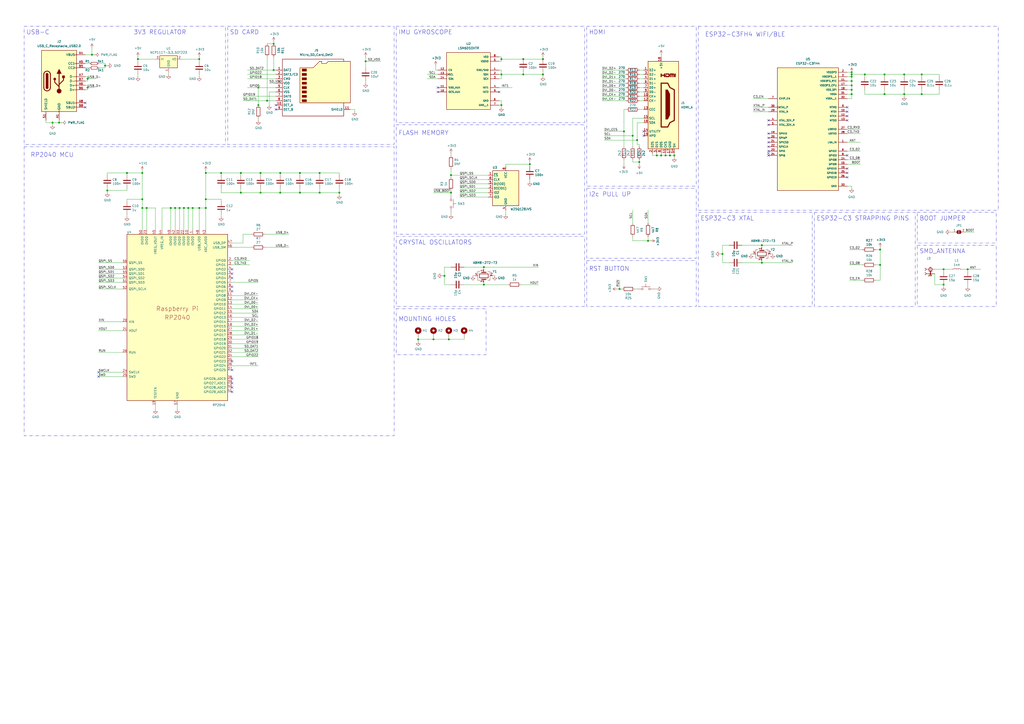
<source format=kicad_sch>
(kicad_sch (version 20230121) (generator eeschema)
  (paper "A2")
  (junction (at 251.46 196.85))
  (junction (at 162.56 111.76))
  (junction (at 158.75 40.64))
  (junction (at 151.13 111.76))
  (junction (at 185.42 100.33))
  (junction (at 494.03 43.18))
  (junction (at 513.08 54.61))
  (junction (at 494.03 41.91))
  (junction (at 375.92 139.7))
  (junction (at 162.56 100.33))
  (junction (at 441.96 142.24))
  (junction (at 261.62 111.76))
  (junction (at 34.29 71.12))
  (junction (at 383.54 90.17))
  (junction (at 314.96 34.29))
  (junction (at 119.38 120.65))
  (junction (at 280.67 165.1))
  (junction (at 185.42 111.76))
  (junction (at 115.57 120.65))
  (junction (at 388.62 90.17))
  (junction (at 494.03 54.61))
  (junction (at 154.94 58.42))
  (junction (at 139.7 111.76))
  (junction (at 80.01 34.29))
  (junction (at 196.85 111.76))
  (junction (at 242.57 196.85))
  (junction (at 361.95 76.2))
  (junction (at 30.48 71.12))
  (junction (at 419.1 147.32))
  (junction (at 82.55 115.57))
  (junction (at 534.67 43.18))
  (junction (at 501.65 43.18))
  (junction (at 524.51 43.18))
  (junction (at 85.09 120.65))
  (junction (at 260.35 196.85))
  (junction (at 119.38 100.33))
  (junction (at 303.53 43.18))
  (junction (at 513.08 43.18))
  (junction (at 53.34 31.75))
  (junction (at 128.27 100.33))
  (junction (at 547.37 165.1))
  (junction (at 50.8 50.8))
  (junction (at 104.14 120.65))
  (junction (at 151.13 100.33))
  (junction (at 290.83 43.18))
  (junction (at 109.22 120.65))
  (junction (at 303.53 34.29))
  (junction (at 290.83 60.96))
  (junction (at 534.67 54.61))
  (junction (at 149.86 60.96))
  (junction (at 173.99 111.76))
  (junction (at 510.54 153.67))
  (junction (at 307.34 95.25))
  (junction (at 149.86 50.8))
  (junction (at 391.16 90.17))
  (junction (at 547.37 156.21))
  (junction (at 62.23 110.49))
  (junction (at 111.76 120.65))
  (junction (at 99.06 120.65))
  (junction (at 494.03 46.99))
  (junction (at 386.08 90.17))
  (junction (at 561.34 156.21))
  (junction (at 494.03 52.07))
  (junction (at 119.38 115.57))
  (junction (at 115.57 34.29))
  (junction (at 524.51 54.61))
  (junction (at 73.66 100.33))
  (junction (at 257.81 160.02))
  (junction (at 50.8 45.72))
  (junction (at 494.03 49.53))
  (junction (at 359.41 167.64))
  (junction (at 369.57 81.28))
  (junction (at 60.96 38.1))
  (junction (at 158.75 25.4))
  (junction (at 494.03 44.45))
  (junction (at 441.96 152.4))
  (junction (at 173.99 100.33))
  (junction (at 82.55 100.33))
  (junction (at 139.7 100.33))
  (junction (at 314.96 43.18))
  (junction (at 82.55 120.65))
  (junction (at 367.03 78.74))
  (junction (at 106.68 120.65))
  (junction (at 280.67 154.94))
  (junction (at 290.83 34.29))
  (junction (at 261.62 101.6))
  (junction (at 212.09 35.56))
  (junction (at 510.54 144.78))
  (junction (at 370.84 93.98))
  (junction (at 381 90.17))
  (junction (at 101.6 120.65))
  (no_connect (at 373.38 76.2))
  (no_connect (at 445.77 80.01))
  (no_connect (at 160.02 63.5))
  (no_connect (at 491.49 97.79))
  (no_connect (at 49.53 59.69))
  (no_connect (at 445.77 90.17))
  (no_connect (at 445.77 72.39))
  (no_connect (at 491.49 69.85))
  (no_connect (at 134.62 156.21))
  (no_connect (at 134.62 161.29))
  (no_connect (at 445.77 77.47))
  (no_connect (at 134.62 222.25))
  (no_connect (at 491.49 102.87))
  (no_connect (at 491.49 100.33))
  (no_connect (at 491.49 90.17))
  (no_connect (at 134.62 224.79))
  (no_connect (at 134.62 219.71))
  (no_connect (at 134.62 227.33))
  (no_connect (at 445.77 69.85))
  (no_connect (at 134.62 158.75))
  (no_connect (at 373.38 78.74))
  (no_connect (at 57.15 215.9))
  (no_connect (at 134.62 214.63))
  (no_connect (at 134.62 168.91))
  (no_connect (at 57.15 218.44))
  (no_connect (at 491.49 64.77))
  (no_connect (at 160.02 60.96))
  (no_connect (at 134.62 209.55))
  (no_connect (at 289.56 53.34))
  (no_connect (at 254 50.8))
  (no_connect (at 49.53 62.23))
  (no_connect (at 445.77 88.9))
  (no_connect (at 491.49 62.23))
  (no_connect (at 445.77 82.55))
  (no_connect (at 445.77 85.09))
  (no_connect (at 254 53.34))
  (no_connect (at 491.49 67.31))
  (no_connect (at 445.77 87.63))
  (no_connect (at 134.62 166.37))
  (wire (pts (xy 162.56 109.22) (xy 162.56 111.76)))
  (wire (pts (xy 134.62 171.45) (xy 149.86 171.45)))
  (wire (pts (xy 494.03 43.18) (xy 501.65 43.18)))
  (wire (pts (xy 251.46 196.85) (xy 260.35 196.85)))
  (wire (pts (xy 552.45 156.21) (xy 547.37 156.21)))
  (wire (pts (xy 542.29 156.21) (xy 547.37 156.21)))
  (wire (pts (xy 62.23 110.49) (xy 73.66 110.49)))
  (wire (pts (xy 134.62 191.77) (xy 149.86 191.77)))
  (wire (pts (xy 513.08 52.07) (xy 513.08 54.61)))
  (wire (pts (xy 349.25 43.18) (xy 363.22 43.18)))
  (wire (pts (xy 242.57 195.58) (xy 242.57 196.85)))
  (wire (pts (xy 261.62 110.49) (xy 261.62 111.76)))
  (wire (pts (xy 381 88.9) (xy 381 90.17)))
  (wire (pts (xy 185.42 100.33) (xy 196.85 100.33)))
  (wire (pts (xy 247.65 43.18) (xy 254 43.18)))
  (wire (pts (xy 290.83 43.18) (xy 290.83 45.72)))
  (wire (pts (xy 494.03 107.95) (xy 494.03 109.22)))
  (wire (pts (xy 134.62 212.09) (xy 149.86 212.09)))
  (wire (pts (xy 34.29 69.85) (xy 34.29 71.12)))
  (wire (pts (xy 73.66 116.84) (xy 73.66 115.57)))
  (wire (pts (xy 102.87 234.95) (xy 102.87 237.49)))
  (wire (pts (xy 289.56 40.64) (xy 290.83 40.64)))
  (wire (pts (xy 140.97 55.88) (xy 160.02 55.88)))
  (wire (pts (xy 289.56 60.96) (xy 290.83 60.96)))
  (wire (pts (xy 85.09 133.35) (xy 85.09 120.65)))
  (wire (pts (xy 260.35 196.85) (xy 269.24 196.85)))
  (wire (pts (xy 151.13 100.33) (xy 162.56 100.33)))
  (wire (pts (xy 419.1 142.24) (xy 422.91 142.24)))
  (wire (pts (xy 391.16 88.9) (xy 391.16 90.17)))
  (wire (pts (xy 419.1 142.24) (xy 419.1 147.32)))
  (wire (pts (xy 547.37 156.21) (xy 547.37 157.48)))
  (wire (pts (xy 73.66 110.49) (xy 73.66 109.22)))
  (wire (pts (xy 134.62 181.61) (xy 149.86 181.61)))
  (wire (pts (xy 49.53 49.53) (xy 50.8 49.53)))
  (wire (pts (xy 134.62 143.51) (xy 146.05 143.51)))
  (wire (pts (xy 128.27 100.33) (xy 139.7 100.33)))
  (wire (pts (xy 119.38 100.33) (xy 128.27 100.33)))
  (wire (pts (xy 50.8 45.72) (xy 50.8 46.99)))
  (wire (pts (xy 26.67 69.85) (xy 26.67 71.12)))
  (wire (pts (xy 359.41 167.64) (xy 359.41 162.56)))
  (wire (pts (xy 257.81 154.94) (xy 261.62 154.94)))
  (wire (pts (xy 508 153.67) (xy 510.54 153.67)))
  (wire (pts (xy 441.96 152.4) (xy 459.74 152.4)))
  (wire (pts (xy 153.67 135.89) (xy 167.64 135.89)))
  (wire (pts (xy 283.21 114.3) (xy 266.7 114.3)))
  (wire (pts (xy 269.24 195.58) (xy 269.24 196.85)))
  (wire (pts (xy 524.51 54.61) (xy 534.67 54.61)))
  (wire (pts (xy 149.86 68.58) (xy 149.86 69.85)))
  (wire (pts (xy 283.21 111.76) (xy 266.7 111.76)))
  (wire (pts (xy 134.62 151.13) (xy 144.78 151.13)))
  (wire (pts (xy 260.35 195.58) (xy 260.35 196.85)))
  (wire (pts (xy 101.6 120.65) (xy 104.14 120.65)))
  (wire (pts (xy 524.51 44.45) (xy 524.51 43.18)))
  (wire (pts (xy 349.25 55.88) (xy 363.22 55.88)))
  (wire (pts (xy 377.19 139.7) (xy 375.92 139.7)))
  (wire (pts (xy 154.94 58.42) (xy 160.02 58.42)))
  (wire (pts (xy 139.7 111.76) (xy 128.27 111.76)))
  (wire (pts (xy 173.99 111.76) (xy 162.56 111.76)))
  (wire (pts (xy 561.34 156.21) (xy 561.34 157.48)))
  (wire (pts (xy 349.25 53.34) (xy 363.22 53.34)))
  (wire (pts (xy 119.38 115.57) (xy 119.38 120.65)))
  (wire (pts (xy 257.81 160.02) (xy 257.81 165.1)))
  (wire (pts (xy 361.95 63.5) (xy 361.95 76.2)))
  (wire (pts (xy 50.8 50.8) (xy 50.8 52.07)))
  (wire (pts (xy 50.8 50.8) (xy 54.61 50.8)))
  (wire (pts (xy 57.15 158.75) (xy 71.12 158.75)))
  (wire (pts (xy 491.49 87.63) (xy 499.11 87.63)))
  (wire (pts (xy 212.09 35.56) (xy 220.98 35.56)))
  (wire (pts (xy 510.54 153.67) (xy 510.54 162.56)))
  (wire (pts (xy 85.09 120.65) (xy 82.55 120.65)))
  (wire (pts (xy 491.49 107.95) (xy 494.03 107.95)))
  (wire (pts (xy 261.62 111.76) (xy 261.62 113.03)))
  (wire (pts (xy 62.23 110.49) (xy 62.23 111.76)))
  (wire (pts (xy 261.62 101.6) (xy 261.62 102.87)))
  (wire (pts (xy 350.52 78.74) (xy 367.03 78.74)))
  (wire (pts (xy 280.67 156.21) (xy 280.67 154.94)))
  (wire (pts (xy 156.21 48.26) (xy 160.02 48.26)))
  (wire (pts (xy 386.08 88.9) (xy 386.08 90.17)))
  (wire (pts (xy 139.7 100.33) (xy 151.13 100.33)))
  (wire (pts (xy 196.85 101.6) (xy 196.85 100.33)))
  (wire (pts (xy 494.03 52.07) (xy 494.03 54.61)))
  (wire (pts (xy 544.83 54.61) (xy 544.83 52.07)))
  (wire (pts (xy 154.94 25.4) (xy 158.75 25.4)))
  (wire (pts (xy 289.56 45.72) (xy 290.83 45.72)))
  (wire (pts (xy 82.55 120.65) (xy 82.55 133.35)))
  (wire (pts (xy 289.56 58.42) (xy 290.83 58.42)))
  (wire (pts (xy 99.06 120.65) (xy 101.6 120.65)))
  (wire (pts (xy 80.01 43.18) (xy 80.01 44.45)))
  (wire (pts (xy 57.15 163.83) (xy 71.12 163.83)))
  (wire (pts (xy 185.42 101.6) (xy 185.42 100.33)))
  (wire (pts (xy 111.76 120.65) (xy 111.76 133.35)))
  (wire (pts (xy 205.74 63.5) (xy 205.74 64.77)))
  (wire (pts (xy 542.29 158.75) (xy 542.29 165.1)))
  (wire (pts (xy 290.83 60.96) (xy 290.83 62.23)))
  (wire (pts (xy 80.01 35.56) (xy 80.01 34.29)))
  (wire (pts (xy 151.13 101.6) (xy 151.13 100.33)))
  (wire (pts (xy 49.53 36.83) (xy 52.07 36.83)))
  (wire (pts (xy 491.49 57.15) (xy 494.03 57.15)))
  (wire (pts (xy 73.66 124.46) (xy 73.66 125.73)))
  (wire (pts (xy 71.12 167.64) (xy 57.15 167.64)))
  (wire (pts (xy 349.25 50.8) (xy 363.22 50.8)))
  (wire (pts (xy 491.49 52.07) (xy 494.03 52.07)))
  (wire (pts (xy 358.14 167.64) (xy 359.41 167.64)))
  (wire (pts (xy 290.83 34.29) (xy 303.53 34.29)))
  (wire (pts (xy 90.17 34.29) (xy 80.01 34.29)))
  (wire (pts (xy 242.57 196.85) (xy 251.46 196.85)))
  (wire (pts (xy 73.66 101.6) (xy 73.66 100.33)))
  (wire (pts (xy 494.03 54.61) (xy 494.03 57.15)))
  (wire (pts (xy 185.42 111.76) (xy 173.99 111.76)))
  (wire (pts (xy 361.95 92.71) (xy 361.95 95.25)))
  (wire (pts (xy 370.84 95.25) (xy 370.84 93.98)))
  (wire (pts (xy 283.21 106.68) (xy 266.7 106.68)))
  (wire (pts (xy 375.92 121.92) (xy 375.92 129.54)))
  (wire (pts (xy 162.56 100.33) (xy 173.99 100.33)))
  (wire (pts (xy 60.96 36.83) (xy 60.96 38.1)))
  (wire (pts (xy 269.24 154.94) (xy 280.67 154.94)))
  (wire (pts (xy 370.84 58.42) (xy 373.38 58.42)))
  (wire (pts (xy 436.88 64.77) (xy 445.77 64.77)))
  (wire (pts (xy 90.17 120.65) (xy 85.09 120.65)))
  (wire (pts (xy 158.75 33.02) (xy 158.75 40.64)))
  (wire (pts (xy 383.54 90.17) (xy 386.08 90.17)))
  (wire (pts (xy 62.23 101.6) (xy 62.23 100.33)))
  (wire (pts (xy 134.62 196.85) (xy 149.86 196.85)))
  (wire (pts (xy 314.96 33.02) (xy 314.96 34.29)))
  (wire (pts (xy 367.03 68.58) (xy 367.03 78.74)))
  (wire (pts (xy 71.12 191.77) (xy 57.15 191.77)))
  (wire (pts (xy 350.52 76.2) (xy 361.95 76.2)))
  (wire (pts (xy 373.38 68.58) (xy 367.03 68.58)))
  (wire (pts (xy 551.18 134.62) (xy 552.45 134.62)))
  (wire (pts (xy 379.73 167.64) (xy 381 167.64)))
  (wire (pts (xy 134.62 163.83) (xy 149.86 163.83)))
  (wire (pts (xy 370.84 63.5) (xy 373.38 63.5)))
  (wire (pts (xy 119.38 99.06) (xy 119.38 100.33)))
  (wire (pts (xy 491.49 95.25) (xy 499.11 95.25)))
  (wire (pts (xy 494.03 49.53) (xy 494.03 46.99)))
  (wire (pts (xy 557.53 156.21) (xy 561.34 156.21)))
  (wire (pts (xy 524.51 43.18) (xy 534.67 43.18)))
  (wire (pts (xy 109.22 120.65) (xy 111.76 120.65)))
  (wire (pts (xy 349.25 40.64) (xy 363.22 40.64)))
  (wire (pts (xy 49.53 39.37) (xy 52.07 39.37)))
  (wire (pts (xy 173.99 101.6) (xy 173.99 100.33)))
  (wire (pts (xy 99.06 133.35) (xy 99.06 120.65)))
  (wire (pts (xy 544.83 43.18) (xy 544.83 44.45)))
  (wire (pts (xy 370.84 50.8) (xy 373.38 50.8)))
  (wire (pts (xy 111.76 120.65) (xy 115.57 120.65)))
  (wire (pts (xy 492.76 153.67) (xy 500.38 153.67)))
  (wire (pts (xy 419.1 147.32) (xy 419.1 152.4)))
  (wire (pts (xy 513.08 44.45) (xy 513.08 43.18)))
  (wire (pts (xy 53.34 27.94) (xy 53.34 31.75)))
  (wire (pts (xy 104.14 133.35) (xy 104.14 120.65)))
  (wire (pts (xy 436.88 62.23) (xy 445.77 62.23)))
  (wire (pts (xy 257.81 154.94) (xy 257.81 160.02)))
  (wire (pts (xy 491.49 46.99) (xy 494.03 46.99)))
  (wire (pts (xy 547.37 165.1) (xy 547.37 166.37)))
  (wire (pts (xy 560.07 134.62) (xy 565.15 134.62)))
  (wire (pts (xy 534.67 43.18) (xy 544.83 43.18)))
  (wire (pts (xy 134.62 207.01) (xy 149.86 207.01)))
  (wire (pts (xy 82.55 99.06) (xy 82.55 100.33)))
  (wire (pts (xy 370.84 53.34) (xy 373.38 53.34)))
  (wire (pts (xy 134.62 176.53) (xy 149.86 176.53)))
  (wire (pts (xy 289.56 33.02) (xy 290.83 33.02)))
  (wire (pts (xy 289.56 50.8) (xy 297.18 50.8)))
  (wire (pts (xy 140.97 58.42) (xy 154.94 58.42)))
  (wire (pts (xy 128.27 101.6) (xy 128.27 100.33)))
  (wire (pts (xy 71.12 215.9) (xy 57.15 215.9)))
  (wire (pts (xy 143.51 45.72) (xy 160.02 45.72)))
  (wire (pts (xy 280.67 165.1) (xy 294.64 165.1)))
  (wire (pts (xy 369.57 83.82) (xy 370.84 83.82)))
  (wire (pts (xy 290.83 40.64) (xy 290.83 43.18)))
  (wire (pts (xy 93.98 120.65) (xy 99.06 120.65)))
  (wire (pts (xy 115.57 34.29) (xy 115.57 33.02)))
  (wire (pts (xy 173.99 109.22) (xy 173.99 111.76)))
  (wire (pts (xy 381 90.17) (xy 383.54 90.17)))
  (wire (pts (xy 173.99 100.33) (xy 185.42 100.33)))
  (wire (pts (xy 510.54 143.51) (xy 510.54 144.78)))
  (wire (pts (xy 134.62 199.39) (xy 149.86 199.39)))
  (wire (pts (xy 185.42 111.76) (xy 196.85 111.76)))
  (wire (pts (xy 367.03 137.16) (xy 367.03 139.7)))
  (wire (pts (xy 534.67 54.61) (xy 544.83 54.61)))
  (wire (pts (xy 361.95 76.2) (xy 361.95 85.09)))
  (wire (pts (xy 57.15 156.21) (xy 71.12 156.21)))
  (wire (pts (xy 80.01 33.02) (xy 80.01 34.29)))
  (wire (pts (xy 370.84 43.18) (xy 373.38 43.18)))
  (wire (pts (xy 158.75 24.13) (xy 158.75 25.4)))
  (wire (pts (xy 391.16 90.17) (xy 391.16 91.44)))
  (wire (pts (xy 134.62 189.23) (xy 149.86 189.23)))
  (wire (pts (xy 508 162.56) (xy 510.54 162.56)))
  (wire (pts (xy 491.49 74.93) (xy 499.11 74.93)))
  (wire (pts (xy 247.65 45.72) (xy 254 45.72)))
  (wire (pts (xy 196.85 111.76) (xy 196.85 113.03)))
  (wire (pts (xy 153.67 143.51) (xy 167.64 143.51)))
  (wire (pts (xy 513.08 54.61) (xy 501.65 54.61)))
  (wire (pts (xy 149.86 50.8) (xy 160.02 50.8)))
  (wire (pts (xy 62.23 109.22) (xy 62.23 110.49)))
  (wire (pts (xy 93.98 133.35) (xy 93.98 120.65)))
  (wire (pts (xy 212.09 46.99) (xy 212.09 48.26)))
  (wire (pts (xy 303.53 34.29) (xy 314.96 34.29)))
  (wire (pts (xy 115.57 120.65) (xy 119.38 120.65)))
  (wire (pts (xy 303.53 41.91) (xy 303.53 43.18)))
  (wire (pts (xy 119.38 120.65) (xy 119.38 133.35)))
  (wire (pts (xy 378.46 90.17) (xy 381 90.17)))
  (wire (pts (xy 196.85 109.22) (xy 196.85 111.76)))
  (wire (pts (xy 280.67 154.94) (xy 312.42 154.94)))
  (wire (pts (xy 134.62 194.31) (xy 149.86 194.31)))
  (wire (pts (xy 261.62 123.19) (xy 261.62 124.46)))
  (wire (pts (xy 134.62 173.99) (xy 149.86 173.99)))
  (wire (pts (xy 534.67 52.07) (xy 534.67 54.61)))
  (wire (pts (xy 501.65 43.18) (xy 513.08 43.18)))
  (wire (pts (xy 143.51 40.64) (xy 158.75 40.64)))
  (wire (pts (xy 256.54 160.02) (xy 257.81 160.02)))
  (wire (pts (xy 307.34 95.25) (xy 307.34 96.52)))
  (wire (pts (xy 143.51 43.18) (xy 160.02 43.18)))
  (wire (pts (xy 261.62 97.79) (xy 261.62 101.6)))
  (wire (pts (xy 494.03 49.53) (xy 494.03 52.07)))
  (wire (pts (xy 149.86 50.8) (xy 149.86 60.96)))
  (wire (pts (xy 491.49 54.61) (xy 494.03 54.61)))
  (wire (pts (xy 383.54 88.9) (xy 383.54 90.17)))
  (wire (pts (xy 101.6 133.35) (xy 101.6 120.65)))
  (wire (pts (xy 106.68 133.35) (xy 106.68 120.65)))
  (wire (pts (xy 134.62 201.93) (xy 149.86 201.93)))
  (wire (pts (xy 370.84 48.26) (xy 373.38 48.26)))
  (wire (pts (xy 134.62 153.67) (xy 144.78 153.67)))
  (wire (pts (xy 494.03 41.91) (xy 494.03 43.18)))
  (wire (pts (xy 57.15 161.29) (xy 71.12 161.29)))
  (wire (pts (xy 289.56 43.18) (xy 290.83 43.18)))
  (wire (pts (xy 370.84 40.64) (xy 373.38 40.64)))
  (wire (pts (xy 349.25 45.72) (xy 363.22 45.72)))
  (wire (pts (xy 524.51 54.61) (xy 524.51 55.88)))
  (wire (pts (xy 373.38 71.12) (xy 369.57 71.12)))
  (wire (pts (xy 140.97 135.89) (xy 146.05 135.89)))
  (wire (pts (xy 561.34 165.1) (xy 561.34 166.37)))
  (wire (pts (xy 290.83 33.02) (xy 290.83 34.29)))
  (wire (pts (xy 367.03 92.71) (xy 367.03 93.98)))
  (wire (pts (xy 156.21 53.34) (xy 156.21 60.96)))
  (wire (pts (xy 203.2 63.5) (xy 205.74 63.5)))
  (wire (pts (xy 307.34 95.25) (xy 293.37 95.25)))
  (wire (pts (xy 257.81 165.1) (xy 261.62 165.1)))
  (wire (pts (xy 285.75 160.02) (xy 287.02 160.02)))
  (wire (pts (xy 513.08 43.18) (xy 524.51 43.18)))
  (wire (pts (xy 128.27 109.22) (xy 128.27 111.76)))
  (wire (pts (xy 290.83 43.18) (xy 303.53 43.18)))
  (wire (pts (xy 50.8 44.45) (xy 50.8 45.72)))
  (wire (pts (xy 375.92 139.7) (xy 367.03 139.7)))
  (wire (pts (xy 140.97 135.89) (xy 140.97 140.97)))
  (wire (pts (xy 139.7 101.6) (xy 139.7 100.33)))
  (wire (pts (xy 90.17 234.95) (xy 90.17 237.49)))
  (wire (pts (xy 97.79 41.91) (xy 97.79 43.18)))
  (wire (pts (xy 106.68 120.65) (xy 109.22 120.65)))
  (wire (pts (xy 151.13 109.22) (xy 151.13 111.76)))
  (wire (pts (xy 53.34 31.75) (xy 54.61 31.75)))
  (wire (pts (xy 105.41 34.29) (xy 115.57 34.29)))
  (wire (pts (xy 290.83 58.42) (xy 290.83 60.96)))
  (wire (pts (xy 491.49 41.91) (xy 494.03 41.91)))
  (wire (pts (xy 534.67 43.18) (xy 534.67 44.45)))
  (wire (pts (xy 302.26 165.1) (xy 312.42 165.1)))
  (wire (pts (xy 134.62 184.15) (xy 149.86 184.15)))
  (wire (pts (xy 50.8 45.72) (xy 54.61 45.72)))
  (wire (pts (xy 109.22 133.35) (xy 109.22 120.65)))
  (wire (pts (xy 104.14 120.65) (xy 106.68 120.65)))
  (wire (pts (xy 491.49 82.55) (xy 499.11 82.55)))
  (wire (pts (xy 252.73 38.1) (xy 252.73 40.64)))
  (wire (pts (xy 370.84 92.71) (xy 370.84 93.98)))
  (wire (pts (xy 30.48 71.12) (xy 30.48 72.39)))
  (wire (pts (xy 314.96 43.18) (xy 314.96 44.45)))
  (wire (pts (xy 441.96 142.24) (xy 459.74 142.24)))
  (wire (pts (xy 185.42 109.22) (xy 185.42 111.76)))
  (wire (pts (xy 447.04 147.32) (xy 448.31 147.32)))
  (wire (pts (xy 303.53 43.18) (xy 314.96 43.18)))
  (wire (pts (xy 82.55 115.57) (xy 82.55 120.65)))
  (wire (pts (xy 73.66 100.33) (xy 82.55 100.33)))
  (wire (pts (xy 388.62 90.17) (xy 391.16 90.17)))
  (wire (pts (xy 71.12 152.4) (xy 57.15 152.4)))
  (wire (pts (xy 134.62 204.47) (xy 149.86 204.47)))
  (wire (pts (xy 508 144.78) (xy 510.54 144.78)))
  (wire (pts (xy 57.15 36.83) (xy 60.96 36.83)))
  (wire (pts (xy 128.27 124.46) (xy 128.27 125.73)))
  (wire (pts (xy 261.62 101.6) (xy 283.21 101.6)))
  (wire (pts (xy 149.86 60.96) (xy 149.86 62.23)))
  (wire (pts (xy 251.46 195.58) (xy 251.46 196.85)))
  (wire (pts (xy 436.88 57.15) (xy 445.77 57.15)))
  (wire (pts (xy 49.53 46.99) (xy 50.8 46.99)))
  (wire (pts (xy 50.8 49.53) (xy 50.8 50.8)))
  (wire (pts (xy 513.08 54.61) (xy 524.51 54.61)))
  (wire (pts (xy 34.29 71.12) (xy 35.56 71.12)))
  (wire (pts (xy 139.7 109.22) (xy 139.7 111.76)))
  (wire (pts (xy 367.03 78.74) (xy 367.03 85.09)))
  (wire (pts (xy 283.21 109.22) (xy 266.7 109.22)))
  (wire (pts (xy 269.24 165.1) (xy 280.67 165.1)))
  (wire (pts (xy 388.62 88.9) (xy 388.62 90.17)))
  (wire (pts (xy 73.66 115.57) (xy 82.55 115.57)))
  (wire (pts (xy 266.7 104.14) (xy 283.21 104.14)))
  (wire (pts (xy 430.53 142.24) (xy 441.96 142.24)))
  (wire (pts (xy 419.1 152.4) (xy 422.91 152.4)))
  (wire (pts (xy 128.27 116.84) (xy 128.27 115.57)))
  (wire (pts (xy 261.62 88.9) (xy 261.62 90.17)))
  (wire (pts (xy 370.84 45.72) (xy 373.38 45.72)))
  (wire (pts (xy 510.54 144.78) (xy 510.54 153.67)))
  (wire (pts (xy 293.37 95.25) (xy 293.37 96.52)))
  (wire (pts (xy 212.09 33.02) (xy 212.09 35.56)))
  (wire (pts (xy 314.96 41.91) (xy 314.96 43.18)))
  (wire (pts (xy 162.56 111.76) (xy 151.13 111.76)))
  (wire (pts (xy 30.48 71.12) (xy 34.29 71.12)))
  (wire (pts (xy 60.96 38.1) (xy 60.96 39.37)))
  (wire (pts (xy 49.53 31.75) (xy 53.34 31.75)))
  (wire (pts (xy 417.83 147.32) (xy 419.1 147.32)))
  (wire (pts (xy 307.34 104.14) (xy 307.34 105.41)))
  (wire (pts (xy 441.96 151.13) (xy 441.96 152.4)))
  (wire (pts (xy 151.13 111.76) (xy 139.7 111.76)))
  (wire (pts (xy 491.49 49.53) (xy 494.03 49.53)))
  (wire (pts (xy 491.49 44.45) (xy 494.03 44.45)))
  (wire (pts (xy 435.61 147.32) (xy 436.88 147.32)))
  (wire (pts (xy 251.46 111.76) (xy 261.62 111.76)))
  (wire (pts (xy 115.57 133.35) (xy 115.57 120.65)))
  (wire (pts (xy 274.32 160.02) (xy 275.59 160.02)))
  (wire (pts (xy 90.17 133.35) (xy 90.17 120.65)))
  (wire (pts (xy 501.65 44.45) (xy 501.65 43.18)))
  (wire (pts (xy 280.67 163.83) (xy 280.67 165.1)))
  (wire (pts (xy 349.25 48.26) (xy 363.22 48.26)))
  (wire (pts (xy 26.67 71.12) (xy 30.48 71.12)))
  (wire (pts (xy 162.56 101.6) (xy 162.56 100.33)))
  (wire (pts (xy 367.03 93.98) (xy 370.84 93.98)))
  (wire (pts (xy 367.03 121.92) (xy 367.03 129.54)))
  (wire (pts (xy 491.49 77.47) (xy 499.11 77.47)))
  (wire (pts (xy 158.75 40.64) (xy 160.02 40.64)))
  (wire (pts (xy 363.22 63.5) (xy 361.95 63.5)))
  (wire (pts (xy 160.02 53.34) (xy 156.21 53.34)))
  (wire (pts (xy 71.12 204.47) (xy 57.15 204.47)))
  (wire (pts (xy 143.51 50.8) (xy 149.86 50.8)))
  (wire (pts (xy 293.37 121.92) (xy 293.37 124.46)))
  (wire (pts (xy 370.84 83.82) (xy 370.84 85.09)))
  (wire (pts (xy 524.51 52.07) (xy 524.51 54.61)))
  (wire (pts (xy 134.62 179.07) (xy 149.86 179.07)))
  (wire (pts (xy 542.29 165.1) (xy 547.37 165.1)))
  (wire (pts (xy 441.96 143.51) (xy 441.96 142.24)))
  (wire (pts (xy 494.03 46.99) (xy 494.03 44.45)))
  (wire (pts (xy 71.12 218.44) (xy 57.15 218.44)))
  (wire (pts (xy 375.92 137.16) (xy 375.92 139.7)))
  (wire (pts (xy 561.34 156.21) (xy 568.96 156.21)))
  (wire (pts (xy 501.65 52.07) (xy 501.65 54.61)))
  (wire (pts (xy 369.57 71.12) (xy 369.57 81.28)))
  (wire (pts (xy 115.57 35.56) (xy 115.57 34.29)))
  (wire (pts (xy 49.53 44.45) (xy 50.8 44.45)))
  (wire (pts (xy 252.73 40.64) (xy 254 40.64)))
  (wire (pts (xy 369.57 81.28) (xy 369.57 83.82)))
  (wire (pts (xy 491.49 92.71) (xy 499.11 92.71)))
  (wire (pts (xy 119.38 115.57) (xy 128.27 115.57)))
  (wire (pts (xy 430.53 152.4) (xy 441.96 152.4)))
  (wire (pts (xy 383.54 31.75) (xy 383.54 33.02)))
  (wire (pts (xy 57.15 186.69) (xy 71.12 186.69)))
  (wire (pts (xy 350.52 81.28) (xy 369.57 81.28)))
  (wire (pts (xy 359.41 167.64) (xy 360.68 167.64)))
  (wire (pts (xy 115.57 43.18) (xy 115.57 44.45)))
  (wire (pts (xy 134.62 140.97) (xy 140.97 140.97)))
  (wire (pts (xy 370.84 55.88) (xy 373.38 55.88)))
  (wire (pts (xy 494.03 43.18) (xy 494.03 44.45)))
  (wire (pts (xy 60.96 38.1) (xy 62.23 38.1)))
  (wire (pts (xy 119.38 100.33) (xy 119.38 115.57)))
  (wire (pts (xy 134.62 186.69) (xy 149.86 186.69)))
  (wire (pts (xy 349.25 58.42) (xy 363.22 58.42)))
  (wire (pts (xy 386.08 90.17) (xy 388.62 90.17)))
  (wire (pts (xy 368.3 167.64) (xy 369.57 167.64)))
  (wire (pts (xy 154.94 58.42) (xy 154.94 33.02)))
  (wire (pts (xy 82.55 100.33) (xy 82.55 115.57)))
  (wire (pts (xy 49.53 52.07) (xy 50.8 52.07)))
  (wire (pts (xy 212.09 35.56) (xy 212.09 39.37)))
  (wire (pts (xy 492.76 162.56) (xy 500.38 162.56)))
  (wire (pts (xy 307.34 93.98) (xy 307.34 95.25)))
  (wire (pts (xy 378.46 88.9) (xy 378.46 90.17)))
  (wire (pts (xy 492.76 144.78) (xy 500.38 144.78)))
  (wire (pts (xy 242.57 196.85) (xy 242.57 198.12)))
  (wire (pts (xy 57.15 39.37) (xy 60.96 39.37)))
  (wire (pts (xy 289.56 35.56) (xy 290.83 35.56)))
  (wire (pts (xy 62.23 100.33) (xy 73.66 100.33)))
  (wire (pts (xy 290.83 34.29) (xy 290.83 35.56)))
  (rectangle (start 532.13 142.24) (end 577.85 177.8) (stroke (width 0) (type dash_dot_dot)))
  (rectangle (start 405.13 123.19) (end 471.17 177.8) (stroke (width 0) (type dash_dot_dot)))
  (rectangle (start 13.97 85.09) (end 228.6 252.73) (stroke (width 0) (type dash_dot_dot)))
  (rectangle (start 13.97 15.24) (end 130.81 83.82) (stroke (width 0) (type dash_dot_dot)))
  (rectangle (start 532.13 123.19) (end 577.85 140.97) (stroke (width 0) (type dash_dot_dot)))
  (rectangle (start 340.36 109.22) (end 403.86 149.86) (stroke (width 0) (type dash_dot_dot)))
  (rectangle (start 405.13 15.24) (end 579.12 121.92) (stroke (width 0) (type dash_dot_dot)))
  (rectangle (start 340.36 151.13) (end 403.86 177.8) (stroke (width 0) (type dash_dot_dot)))
  (rectangle (start 229.87 15.24) (end 339.09 71.12) (stroke (width 0) (type dash_dot_dot)))
  (rectangle (start 472.44 123.19) (end 530.86 177.8) (stroke (width 0) (type dash_dot_dot)))
  (rectangle (start 229.87 179.07) (end 281.94 205.74) (stroke (width 0) (type dash_dot_dot)))
  (rectangle (start 229.87 72.39) (end 339.09 135.89) (stroke (width 0) (type dash_dot_dot)))
  (rectangle (start 229.87 137.16) (end 339.09 177.8) (stroke (width 0) (type dash_dot_dot)))
  (rectangle (start 340.36 15.24) (end 403.86 107.95) (stroke (width 0) (type dash_dot_dot)))
  (rectangle (start 132.08 15.24) (end 228.6 83.82) (stroke (width 0) (type dash_dot_dot)))
  (text "CRYSTAL OSCILLATORS" (at 231.14 142.24 0) (effects (font (size 2.54 2.54)) (justify left bottom)))
  (text "RST BUTTON" (at 341.63 157.48 0) (effects (font (size 2.54 2.54)) (justify left bottom)))
  (text "SMD_ANTENNA" (at 533.4 147.32 0) (effects (font (size 2.54 2.54)) (justify left bottom)))
  (text "ESP32-C3FH4 WIFI/BLE" (at 408.94 21.59 0) (effects (font (size 2.54 2.54)) (justify left bottom)))
  (text "MOUNTING HOLES" (at 231.14 186.69 0) (effects (font (size 2.54 2.54)) (justify left bottom)))
  (text "IMU GYROSCOPE" (at 231.14 20.32 0) (effects (font (size 2.54 2.54)) (justify left bottom)))
  (text "USB-C" (at 15.24 20.32 0) (effects (font (size 2.54 2.54)) (justify left bottom)))
  (text "ESP32-C3 XTAL" (at 406.4 128.27 0) (effects (font (size 2.54 2.54)) (justify left bottom)))
  (text "RP2040 MCU" (at 17.78 91.44 0) (effects (font (size 2.54 2.54)) (justify left bottom)))
  (text "HDMI" (at 341.63 20.32 0) (effects (font (size 2.54 2.54)) (justify left bottom)))
  (text "BOOT JUMPER" (at 533.4 128.27 0) (effects (font (size 2.54 2.54)) (justify left bottom)))
  (text "3V3 REGULATOR" (at 77.47 20.32 0) (effects (font (size 2.54 2.54)) (justify left bottom)))
  (text "FLASH MEMORY\n" (at 231.14 78.74 0) (effects (font (size 2.54 2.54)) (justify left bottom)))
  (text "I2c PULL UP" (at 341.63 114.3 0) (effects (font (size 2.54 2.54)) (justify left bottom)))
  (text "ESP32-C3 STRAPPING PINS" (at 473.71 128.27 0) (effects (font (size 2.54 2.54)) (justify left bottom)))
  (text "SD CARD" (at 133.35 20.32 0) (effects (font (size 2.54 2.54)) (justify left bottom)))
  (label "RUN" (at 359.41 166.37 90))
  (label "RUN" (at 57.15 204.47 0))
  (label "C3_08" (at 492.76 153.67 0))
  (label "SD_DAT1" (at 140.97 58.42 0))
  (label "C3_TXD" (at 135.89 153.67 0))
  (label "DVI_D0+" (at 149.86 179.07 180))
  (label "SCL" (at 248.92 43.18 0))
  (label "DVI_D2-" (at 349.25 43.18 0))
  (label "SWCLK" (at 57.15 215.9 0))
  (label "XTAL_P" (at 453.39 142.24 0))
  (label "DVI_D1-" (at 349.25 48.26 0))
  (label "C3_02" (at 492.76 144.78 0))
  (label "C3_08" (at 492.76 92.71 0))
  (label "GPIO19" (at 140.97 55.88 0))
  (label "SD_DAT1" (at 149.86 201.93 180))
  (label "SDA" (at 248.92 45.72 0))
  (label "DVI_CK-" (at 149.86 171.45 180))
  (label "QSPI_SD2" (at 266.7 111.76 0))
  (label "DVI_CK+" (at 149.86 173.99 180))
  (label "DVI_D0-" (at 349.25 53.34 0))
  (label "SD_VDD" (at 156.21 48.26 0))
  (label "USB_D+" (at 50.8 50.8 0))
  (label "XTAL_P" (at 436.88 62.23 0))
  (label "GPIO22" (at 149.86 207.01 180))
  (label "QSPI_SD1" (at 57.15 158.75 0))
  (label "XIN" (at 312.42 154.94 180))
  (label "XTAL_N" (at 453.39 152.4 0))
  (label "C3_RXD" (at 491.49 74.93 0))
  (label "SD_VDD" (at 213.36 35.56 0))
  (label "DVI_D1+" (at 349.25 45.72 0))
  (label "QSPI_SCLK" (at 266.7 104.14 0))
  (label "C3_EN" (at 436.88 57.15 0))
  (label "DVI_CK-" (at 349.25 58.42 0))
  (label "DVI_CES" (at 350.52 76.2 0))
  (label "SDA" (at 149.86 181.61 180))
  (label "QSPI_SD1" (at 266.7 109.22 0))
  (label "SDA" (at 350.52 81.28 0))
  (label "QSPI_SS" (at 57.15 152.4 0))
  (label "SDA" (at 375.92 123.19 270))
  (label "XIN" (at 57.15 186.69 0))
  (label "GPIO18" (at 144.78 45.72 0))
  (label "DVI_CK+" (at 349.25 55.88 0))
  (label "C3_RXD" (at 135.89 151.13 0))
  (label "~{USB_BOOT}" (at 251.46 111.76 0))
  (label "SD_DAT2" (at 144.78 40.64 0))
  (label "QSPI_SCLK" (at 57.15 167.64 0))
  (label "DVI_D2+" (at 149.86 189.23 180))
  (label "DVI_D0-" (at 149.86 176.53 180))
  (label "XOUT" (at 57.15 191.77 0))
  (label "GPIO5" (at 149.86 163.83 180))
  (label "SCL" (at 367.03 123.19 270))
  (label "ANT" (at 562.61 156.21 0))
  (label "QSPI_SD2" (at 57.15 161.29 0))
  (label "DVI_D0+" (at 349.25 50.8 0))
  (label "QSPI_SD0" (at 57.15 156.21 0))
  (label "XOUT" (at 312.42 165.1 180))
  (label "BOOT" (at 560.07 134.62 0))
  (label "C3_TXD" (at 491.49 77.47 0))
  (label "C3_02" (at 492.76 87.63 0))
  (label "DVI_D1-" (at 149.86 194.31 180))
  (label "GPIO18" (at 149.86 196.85 180))
  (label "GPIO5" (at 144.78 50.8 0))
  (label "DVI_D1+" (at 149.86 191.77 180))
  (label "GPIO19" (at 149.86 199.39 180))
  (label "BOOT" (at 494.03 95.25 0))
  (label "DVI_D2+" (at 349.25 40.64 0))
  (label "INT1" (at 144.78 212.09 0))
  (label "USB_D+" (at 167.64 135.89 180))
  (label "XTAL_N" (at 436.88 64.77 0))
  (label "GPIO22" (at 144.78 43.18 0))
  (label "QSPI_SD3" (at 57.15 163.83 0))
  (label "SCL" (at 149.86 184.15 180))
  (label "DVI_D2-" (at 149.86 186.69 180))
  (label "ANT" (at 492.76 82.55 0))
  (label "QSPI_SS" (at 266.7 101.6 0))
  (label "USB_D-" (at 167.64 143.51 180))
  (label "SCL" (at 350.52 78.74 0))
  (label "SD_DAT2" (at 149.86 204.47 180))
  (label "USB_D-" (at 50.8 45.72 0))
  (label "QSPI_SD0" (at 266.7 106.68 0))
  (label "SWD" (at 57.15 218.44 0))
  (label "INT1" (at 290.83 50.8 0))
  (label "QSPI_SD3" (at 266.7 114.3 0))
  (label "C3_EN" (at 492.76 162.56 0))
  (symbol (lib_id "Device:C") (at 544.83 48.26 0) (unit 1)
    (property "Reference" "C26" (at 547.751 47.0916 0) (effects (justify left)))
    (property "Value" "0.1u" (at 547.751 49.403 0) (effects (justify left)))
    (property "Footprint" "Capacitor_SMD:C_0402_1005Metric" (effects hide))
  )
  (symbol (lib_id "Device:C") (at 561.34 161.29 0) (unit 1)
    (property "Reference" "C28" (at 564.261 160.1216 0) (effects (justify left)))
    (property "Value" "15p" (at 564.261 162.433 0) (effects (justify left)))
    (property "Footprint" "Capacitor_SMD:C_0402_1005Metric" (effects hide))
  )
  (symbol (lib_id "Device:C") (at 547.37 161.29 0) (unit 1)
    (property "Reference" "C27" (at 550.291 160.1216 0) (effects (justify left)))
    (property "Value" "15p" (at 550.291 162.433 0) (effects (justify left)))
    (property "Footprint" "Capacitor_SMD:C_0402_1005Metric" (effects hide))
  )
  (symbol (lib_id "Device:C") (at 128.27 105.41 0) (unit 1)
    (property "Reference" "C11" (at 131.191 104.2416 0) (effects (justify left)))
    (property "Value" "100n" (at 131.191 106.553 0) (effects (justify left)))
    (property "Footprint" "Capacitor_SMD:C_0402_1005Metric" (effects hide))
  )
  (symbol (lib_id "Device:R_Small") (at 54.61 36.83 90) (unit 1)
    (property "Reference" "R1" (at 50.8 35.56 90))
    (property "Value" "5k1" (at 58.42 35.56 90))
    (property "Footprint" "Resistor_SMD:R_0402_1005Metric" (effects hide))
  )
  (symbol (lib_id "LSM6DSOXTR:LSM6DSOXTR") (at 271.78 45.72 0) (unit 1)
    (property "Reference" "U2" (at 271.78 25.4 0))
    (property "Value" "LSM6DSOXTR" (at 271.78 27.94 0))
    (property "Footprint" "imu:PQFN50P250X300X86-14N" (effects hide))
    (property "PARTREV" "3.0" (effects hide))
    (property "MANUFACTURER" "ST Microelectronics" (effects hide))
    (property "STANDARD" "IPC7351B" (effects hide))
  )
  (symbol (lib_id "Device:C") (at 501.65 48.26 0) (unit 1)
    (property "Reference" "C22" (at 504.571 47.0916 0) (effects (justify left)))
    (property "Value" "10u" (at 504.571 49.403 0) (effects (justify left)))
    (property "Footprint" "Capacitor_SMD:C_0402_1005Metric" (effects hide))
  )
  (symbol (lib_id "Device:C") (at 513.08 48.26 0) (unit 1)
    (property "Reference" "C23" (at 516.001 47.0916 0) (effects (justify left)))
    (property "Value" "10u" (at 516.001 49.403 0) (effects (justify left)))
    (property "Footprint" "Capacitor_SMD:C_0402_1005Metric" (effects hide))
  )
  (symbol (lib_id "power:GND") (at 62.23 111.76 0) (unit 1)
    (property "Reference" "#PWR020" (effects hide))
    (property "Value" "GND" (at 62.357 116.1542 0))
  )
  (symbol (lib_id "power:GND") (at 73.66 125.73 0) (unit 1)
    (property "Reference" "#PWR021" (effects hide))
    (property "Value" "GND" (at 73.787 130.1242 0))
  )
  (symbol (lib_id "Device:C") (at 265.43 154.94 270) (unit 1)
    (property "Reference" "C3" (at 266.5984 157.861 0) (effects (justify left)))
    (property "Value" "15p" (at 264.287 157.861 0) (effects (justify left)))
    (property "Footprint" "Capacitor_SMD:C_0402_1005Metric" (effects hide))
  )
  (symbol (lib_id "power:+3V3") (at 158.75 24.13 0) (unit 1)
    (property "Reference" "#PWR033" (effects hide))
    (property "Value" "+3V3" (at 159.131 19.7358 0))
  )
  (symbol (lib_id "power:GND") (at 274.32 160.02 0) (unit 1)
    (property "Reference" "#PWR012" (effects hide))
    (property "Value" "GND" (at 270.51 161.29 0))
  )
  (symbol (lib_id "Device:C") (at 62.23 105.41 0) (unit 1)
    (property "Reference" "C8" (at 65.151 104.2416 0) (effects (justify left)))
    (property "Value" "100n" (at 65.151 106.553 0) (effects (justify left)))
    (property "Footprint" "Capacitor_SMD:C_0402_1005Metric" (effects hide))
  )
  (symbol (lib_id "Switch:SW_Push") (at 374.65 167.64 0) (unit 1)
    (property "Reference" "SW1" (at 374.65 163.83 90) (effects (justify left)))
    (property "Value" "SW_Push" (effects hide))
    (property "Footprint" "Button_Switch_SMD:SW_SPST_B3U-1000P" (effects hide))
  )
  (symbol (lib_id "power:GND") (at 80.01 44.45 0) (unit 1)
    (property "Reference" "#PWR011" (effects hide))
    (property "Value" "GND" (at 76.2 45.72 0))
  )
  (symbol (lib_id "power:GND") (at 547.37 166.37 0) (unit 1)
    (property "Reference" "#PWR051" (effects hide))
    (property "Value" "GND" (at 547.37 171.45 0))
  )
  (symbol (lib_id "power:+3V3") (at 358.14 167.64 90) (unit 1)
    (property "Reference" "#PWR040" (effects hide))
    (property "Value" "+3V3" (at 353.7458 167.259 0))
  )
  (symbol (lib_id "Device:R") (at 364.49 167.64 90) (unit 1)
    (property "Reference" "R25" (at 364.49 172.8978 90))
    (property "Value" "10k" (at 364.49 170.5864 90))
    (property "Footprint" "Resistor_SMD:R_0402_1005Metric" (effects hide))
  )
  (symbol (lib_id "Device:R") (at 261.62 93.98 0) (unit 1)
    (property "Reference" "R4" (at 263.398 92.8116 0) (effects (justify left)))
    (property "Value" "DNF" (at 263.398 95.123 0) (effects (justify left)))
    (property "Footprint" "Resistor_SMD:R_0402_1005Metric" (effects hide))
  )
  (symbol (lib_id "power:+3V3") (at 212.09 33.02 0) (unit 1)
    (property "Reference" "#PWR035" (effects hide))
    (property "Value" "+3V3" (at 212.471 28.6258 0))
  )
  (symbol (lib_id "Device:R") (at 367.03 55.88 270) (unit 1)
    (property "Reference" "R21" (at 367.03 55.88 90))
    (property "Value" "270" (at 360.68 54.61 90))
    (property "Footprint" "Resistor_SMD:R_0402_1005Metric" (effects hide))
  )
  (symbol (lib_id "Device:R") (at 367.03 133.35 180) (unit 1)
    (property "Reference" "R9" (at 372.2878 133.35 90))
    (property "Value" "4K7" (at 369.9764 133.35 90))
    (property "Footprint" "Resistor_SMD:R_0402_1005Metric" (effects hide))
  )
  (symbol (lib_id "power:+1V1") (at 82.55 99.06 0) (unit 1)
    (property "Reference" "#PWR022" (effects hide))
    (property "Value" "+1V1" (at 82.931 94.6658 0))
  )
  (symbol (lib_id "Device:R") (at 367.03 88.9 0) (unit 1)
    (property "Reference" "R15" (at 367.03 88.9 90))
    (property "Value" "2k2" (at 364.49 88.9 90))
    (property "Footprint" "Resistor_SMD:R_0402_1005Metric" (effects hide))
  )
  (symbol (lib_id "Device:C") (at 73.66 120.65 0) (unit 1)
    (property "Reference" "C10" (at 76.581 119.4816 0) (effects (justify left)))
    (property "Value" "1u" (at 76.581 121.793 0) (effects (justify left)))
    (property "Footprint" "Capacitor_SMD:C_0402_1005Metric" (effects hide))
  )
  (symbol (lib_id "Device:C") (at 524.51 48.26 0) (unit 1)
    (property "Reference" "C24" (at 527.431 47.0916 0) (effects (justify left)))
    (property "Value" "10u" (at 527.431 49.403 0) (effects (justify left)))
    (property "Footprint" "Capacitor_SMD:C_0402_1005Metric" (effects hide))
  )
  (symbol (lib_id "power:+5V") (at 370.84 95.25 180) (unit 1)
    (property "Reference" "#PWR037" (effects hide))
    (property "Value" "+5V" (at 370.84 100.33 0))
  )
  (symbol (lib_id "power:GND") (at 149.86 69.85 0) (unit 1)
    (property "Reference" "#PWR036" (effects hide))
    (property "Value" "GND" (at 149.987 74.2442 0))
  )
  (symbol (lib_id "power:GND") (at 242.57 198.12 0) (unit 1)
    (property "Reference" "#PWR039" (effects hide))
    (property "Value" "GND" (at 242.697 202.5142 0))
  )
  (symbol (lib_id "power:+3V3") (at 361.95 95.25 180) (unit 1)
    (property "Reference" "#PWR038" (effects hide))
    (property "Value" "+3V3" (at 361.569 99.6442 0))
  )
  (symbol (lib_id "power:+3V3") (at 314.96 33.02 0) (unit 1)
    (property "Reference" "#PWR010" (effects hide))
    (property "Value" "+3V3" (at 315.341 28.6258 0))
  )
  (symbol (lib_id "power:GND") (at 128.27 125.73 0) (unit 1)
    (property "Reference" "#PWR026" (effects hide))
    (property "Value" "GND" (at 128.397 130.1242 0))
  )
  (symbol (lib_id "Connector:Micro_SD_Card_Det2") (at 182.88 50.8 0) (unit 1)
    (property "Reference" "J5" (at 183.515 29.21 0))
    (property "Value" "Micro_SD_Card_Det2" (at 183.515 31.75 0))
    (property "Footprint" "Connector_Card:microSD_HC_Hirose_DM3D-SF" (effects hide))
    (property "Datasheet" "https://www.hirose.com/en/product/document?clcode=&productname=&series=DM3&documenttype=Catalog&lang=en&documentid=D49662_en" (effects hide))
  )
  (symbol (lib_id "Regulator_Linear:NCP1117-3.3_SOT223") (at 97.79 34.29 0) (unit 1)
    (property "Reference" "U1" (at 97.79 28.1432 0))
    (property "Value" "NCP1117-3.3_SOT223" (at 97.79 30.4546 0))
    (property "Footprint" "Package_TO_SOT_SMD:SOT-223-3_TabPin2" (effects hide))
    (property "Datasheet" "http://www.onsemi.com/pub_link/Collateral/NCP1117-D.PDF" (effects hide))
  )
  (symbol (lib_id "CONUFL001-SMD-T:CONUFL001-SMD-T") (at 539.75 158.75 0) (unit 1)
    (property "Reference" "J3" (at 538.6705 149.86 0))
    (property "Value" "CONUFL001-SMD-T" (effects hide))
    (property "Footprint" "smd_ant:XDCR_AMCA31-2R450G-S1F-T3" (effects hide))
    (property "MF" "Linx Technologies" (effects hide))
    (property "Description" "\nMHF1 Straight Surface Mount Jack, Tape and Reel\n" (effects hide))
    (property "Package" "None" (effects hide))
    (property "Price" "None" (effects hide))
    (property "Check_prices" "https://www.snapeda.com/parts/CONUFL001-SMD-T/Linx+Technologies+Inc./view-part/?ref=eda" (effects hide))
    (property "STANDARD" "Manufacturer Recommendations" (effects hide))
    (property "PARTREV" "B" (effects hide))
    (property "SnapEDA_Link" "https://www.snapeda.com/parts/CONUFL001-SMD-T/Linx+Technologies+Inc./view-part/?ref=snap" (effects hide))
    (property "MP" "CONUFL001-SMD-T" (effects hide))
    (property "Purchase-URL" "https://www.snapeda.com/api/url_track_click_mouser/?unipart_id=1154270&manufacturer=Linx Technologies&part_name=CONUFL001-SMD-T&search_term=ufl" (effects hide))
    (property "Availability" "In Stock" (effects hide))
    (property "MANUFACTURER" "Linx Technologies" (effects hide))
  )
  (symbol (lib_id "Device:R") (at 367.03 40.64 270) (unit 1)
    (property "Reference" "R13" (at 367.03 40.64 90))
    (property "Value" "270" (at 360.68 39.37 90))
    (property "Footprint" "Resistor_SMD:R_0402_1005Metric" (effects hide))
  )
  (symbol (lib_id "power:GND") (at 205.74 64.77 0) (unit 1)
    (property "Reference" "#PWR031" (effects hide))
    (property "Value" "GND" (at 205.867 69.1642 0))
  )
  (symbol (lib_id "Device:R") (at 367.03 63.5 270) (unit 1)
    (property "Reference" "R23" (at 367.03 63.5 90))
    (property "Value" "270" (at 367.03 60.96 90))
    (property "Footprint" "Resistor_SMD:R_0402_1005Metric" (effects hide))
  )
  (symbol (lib_id "Device:C") (at 265.43 165.1 270) (unit 1)
    (property "Reference" "C4" (at 266.5984 168.021 0) (effects (justify left)))
    (property "Value" "15p" (at 264.287 168.021 0) (effects (justify left)))
    (property "Footprint" "Capacitor_SMD:C_0402_1005Metric" (effects hide))
  )
  (symbol (lib_id "power:+3V3") (at 377.19 139.7 270) (unit 1)
    (property "Reference" "#PWR030" (effects hide))
    (property "Value" "+3V3" (at 381.5842 140.081 0))
  )
  (symbol (lib_id "Device:R") (at 367.03 45.72 270) (unit 1)
    (property "Reference" "R17" (at 367.03 45.72 90))
    (property "Value" "270" (at 360.68 44.45 90))
    (property "Footprint" "Resistor_SMD:R_0402_1005Metric" (effects hide))
  )
  (symbol (lib_id "power:+3V3") (at 510.54 143.51 0) (unit 1)
    (property "Reference" "#PWR049" (effects hide))
    (property "Value" "+3V3" (at 510.921 139.1158 0))
  )
  (symbol (lib_id "Device:R") (at 504.19 153.67 270) (unit 1)
    (property "Reference" "R26" (at 504.19 148.4122 90))
    (property "Value" "10k" (at 504.19 150.7236 90))
    (property "Footprint" "Resistor_SMD:R_0402_1005Metric" (effects hide))
  )
  (symbol (lib_id "power:GND") (at 494.03 109.22 0) (unit 1)
    (property "Reference" "#PWR047" (effects hide))
    (property "Value" "GND" (at 494.03 114.3 0))
  )
  (symbol (lib_id "Device:R") (at 504.19 162.56 270) (unit 1)
    (property "Reference" "R28" (at 504.19 157.3022 90))
    (property "Value" "10k" (at 504.19 159.6136 90))
    (property "Footprint" "Resistor_SMD:R_0402_1005Metric" (effects hide))
  )
  (symbol (lib_id "power:GND") (at 293.37 124.46 0) (unit 1)
    (property "Reference" "#PWR018" (effects hide))
    (property "Value" "GND" (at 289.56 125.73 0))
  )
  (symbol (lib_id "Mechanical:MountingHole_Pad") (at 260.35 193.04 0) (unit 1)
    (property "Reference" "H3" (at 262.89 191.77 0) (effects (justify left)))
    (property "Value" "MountingHole_Pad" (effects hide))
    (property "Footprint" "MountingHole:MountingHole_2.2mm_M2_Pad_Via" (effects hide))
  )
  (symbol (lib_id "power:GND") (at 551.18 134.62 270) (unit 1)
    (property "Reference" "#PWR050" (effects hide))
    (property "Value" "GND" (at 547.37 134.62 90) (effects (justify right)))
  )
  (symbol (lib_id "power:+3V3") (at 307.34 93.98 0) (unit 1)
    (property "Reference" "#PWR017" (effects hide))
    (property "Value" "+3V3" (at 307.721 89.5858 0))
  )
  (symbol (lib_id "Device:C") (at 534.67 48.26 0) (unit 1)
    (property "Reference" "C25" (at 537.591 47.0916 0) (effects (justify left)))
    (property "Value" "0.1u" (at 537.591 49.403 0) (effects (justify left)))
    (property "Footprint" "Capacitor_SMD:C_0402_1005Metric" (effects hide))
  )
  (symbol (lib_id "Device:C") (at 307.34 100.33 0) (unit 1)
    (property "Reference" "C7" (at 310.261 99.1616 0) (effects (justify left)))
    (property "Value" "100n" (at 310.261 101.473 0) (effects (justify left)))
    (property "Footprint" "Capacitor_SMD:C_0402_1005Metric" (effects hide))
  )
  (symbol (lib_id "Device:C") (at 139.7 105.41 0) (unit 1)
    (property "Reference" "C13" (at 142.621 104.2416 0) (effects (justify left)))
    (property "Value" "100n" (at 142.621 106.553 0) (effects (justify left)))
    (property "Footprint" "Capacitor_SMD:C_0402_1005Metric" (effects hide))
  )
  (symbol (lib_id "power:+5V") (at 53.34 27.94 0) (unit 1)
    (property "Reference" "#PWR03" (effects hide))
    (property "Value" "+5V" (at 53.34 22.86 0))
  )
  (symbol (lib_id "power:PWR_FLAG") (at 35.56 71.12 270) (unit 1)
    (property "Reference" "#FLG02" (effects hide))
    (property "Value" "PWR_FLAG" (at 39.37 71.12 90) (effects (justify left)))
  )
  (symbol (lib_id "Device:R") (at 149.86 64.77 0) (unit 1)
    (property "Reference" "R12" (at 144.6022 64.77 90))
    (property "Value" "DNF" (at 146.9136 64.77 90))
    (property "Footprint" "Resistor_SMD:R_0402_1005Metric" (effects hide))
  )
  (symbol (lib_id "MCU_RaspberryPi_RP2040:RP2040") (at 102.87 184.15 0) (unit 1)
    (property "Reference" "U4" (at 74.93 134.62 0))
    (property "Value" "RP2040" (at 127 234.95 0))
    (property "Footprint" "rp2040:QFN40P700X700X90-57N" (effects hide))
  )
  (symbol (lib_id "Connector:HDMI_A") (at 383.54 60.96 0) (unit 1)
    (property "Reference" "J1" (at 394.97 59.69 0) (effects (justify left)))
    (property "Value" "HDMI_A" (at 394.97 62.23 0) (effects (justify left)))
    (property "Footprint" "Connector_HDMI:HDMI_A_Molex_208658-1001_Horizontal" (effects hide))
    (property "Datasheet" "https://en.wikipedia.org/wiki/HDMI" (effects hide))
  )
  (symbol (lib_id "power:+3V3") (at 494.03 41.91 0) (unit 1)
    (property "Reference" "#PWR046" (effects hide))
    (property "Value" "+3V3" (at 494.411 37.5158 0))
  )
  (symbol (lib_id "Device:C") (at 426.72 142.24 270) (unit 1)
    (property "Reference" "C1" (at 427.8884 145.161 0) (effects (justify left)))
    (property "Value" "10p" (at 425.577 145.161 0) (effects (justify left)))
    (property "Footprint" "Capacitor_SMD:C_0402_1005Metric" (effects hide))
  )
  (symbol (lib_id "Device:R") (at 367.03 50.8 270) (unit 1)
    (property "Reference" "R19" (at 367.03 50.8 90))
    (property "Value" "270" (at 360.68 49.53 90))
    (property "Footprint" "Resistor_SMD:R_0402_1005Metric" (effects hide))
  )
  (symbol (lib_id "power:GND") (at 524.51 55.88 0) (unit 1)
    (property "Reference" "#PWR048" (effects hide))
    (property "Value" "GND" (at 524.637 60.2742 0))
  )
  (symbol (lib_id "power:GND") (at 561.34 166.37 0) (unit 1)
    (property "Reference" "#PWR052" (effects hide))
    (property "Value" "GND" (at 561.34 171.45 0))
  )
  (symbol (lib_id "power:GND") (at 307.34 105.41 0) (unit 1)
    (property "Reference" "#PWR019" (effects hide))
    (property "Value" "GND" (at 311.15 106.68 0))
  )
  (symbol (lib_id "power:GND") (at 381 167.64 90) (unit 1)
    (property "Reference" "#PWR041" (effects hide))
    (property "Value" "GND" (at 382.27 171.45 0))
  )
  (symbol (lib_id "Switch:SW_Push") (at 261.62 118.11 270) (unit 1)
    (property "Reference" "SW3" (at 265.43 118.11 90) (effects (justify left)))
    (property "Value" "SW_Push" (effects hide))
    (property "Footprint" "Button_Switch_SMD:SW_SPST_B3U-1000P" (effects hide))
  )
  (symbol (lib_id "power:GND") (at 90.17 237.49 0) (unit 1)
    (property "Reference" "#PWR023" (effects hide))
    (property "Value" "GND" (at 90.297 241.8842 0))
  )
  (symbol (lib_id "Device:C") (at 426.72 152.4 270) (unit 1)
    (property "Reference" "C21" (at 427.8884 155.321 0) (effects (justify left)))
    (property "Value" "10p" (at 425.577 155.321 0) (effects (justify left)))
    (property "Footprint" "Capacitor_SMD:C_0402_1005Metric" (effects hide))
  )
  (symbol (lib_id "Device:C") (at 115.57 39.37 0) (unit 1)
    (property "Reference" "C6" (at 118.491 38.2016 0) (effects (justify left)))
    (property "Value" "10u" (at 118.491 40.513 0) (effects (justify left)))
    (property "Footprint" "Capacitor_SMD:C_0805_2012Metric" (effects hide))
  )
  (symbol (lib_id "Device:R_Small") (at 54.61 39.37 90) (unit 1)
    (property "Reference" "R2" (at 50.8 40.64 90))
    (property "Value" "5k1" (at 58.42 40.64 90))
    (property "Footprint" "Resistor_SMD:R_0402_1005Metric" (effects hide))
  )
  (symbol (lib_id "Device:R") (at 367.03 48.26 270) (unit 1)
    (property "Reference" "R18" (at 367.03 48.26 90))
    (property "Value" "270" (at 360.68 46.99 90))
    (property "Footprint" "Resistor_SMD:R_0402_1005Metric" (effects hide))
  )
  (symbol (lib_id "Device:R") (at 367.03 43.18 270) (unit 1)
    (property "Reference" "R16" (at 367.03 43.18 90))
    (property "Value" "270" (at 360.68 41.91 90))
    (property "Footprint" "Resistor_SMD:R_0402_1005Metric" (effects hide))
  )
  (symbol (lib_id "Device:R") (at 370.84 88.9 0) (unit 1)
    (property "Reference" "R24" (at 370.84 88.9 90))
    (property "Value" "2k2" (at 373.38 88.9 90))
    (property "Footprint" "Resistor_SMD:R_0402_1005Metric" (effects hide))
  )
  (symbol (lib_id "power:GND") (at 435.61 147.32 0) (unit 1)
    (property "Reference" "#PWR043" (effects hide))
    (property "Value" "GND" (at 431.8 148.59 0))
  )
  (symbol (lib_id "Device:C") (at 185.42 105.41 0) (unit 1)
    (property "Reference" "C17" (at 188.341 104.2416 0) (effects (justify left)))
    (property "Value" "100n" (at 188.341 106.553 0) (effects (justify left)))
    (property "Footprint" "Capacitor_SMD:C_0402_1005Metric" (effects hide))
  )
  (symbol (lib_id "Device:C") (at 128.27 120.65 0) (unit 1)
    (property "Reference" "C12" (at 131.191 119.4816 0) (effects (justify left)))
    (property "Value" "1u" (at 131.191 121.793 0) (effects (justify left)))
    (property "Footprint" "Capacitor_SMD:C_0402_1005Metric" (effects hide))
  )
  (symbol (lib_id "Device:C") (at 314.96 38.1 0) (unit 1)
    (property "Reference" "C19" (at 317.881 36.9316 0) (effects (justify left)))
    (property "Value" "100n" (at 317.881 39.243 0) (effects (justify left)))
    (property "Footprint" "Capacitor_SMD:C_0402_1005Metric" (effects hide))
  )
  (symbol (lib_id "power:GND") (at 97.79 43.18 0) (unit 1)
    (property "Reference" "#PWR014" (effects hide))
    (property "Value" "GND" (at 93.98 44.45 0))
  )
  (symbol (lib_id "Device:R") (at 367.03 58.42 270) (unit 1)
    (property "Reference" "R22" (at 367.03 58.42 90))
    (property "Value" "270" (at 360.68 57.15 90))
    (property "Footprint" "Resistor_SMD:R_0402_1005Metric" (effects hide))
  )
  (symbol (lib_id "Device:R") (at 375.92 133.35 180) (unit 1)
    (property "Reference" "R8" (at 381.1778 133.35 90))
    (property "Value" "4k7" (at 378.8664 133.35 90))
    (property "Footprint" "Resistor_SMD:R_0402_1005Metric" (effects hide))
  )
  (symbol (lib_id "power:GND") (at 115.57 44.45 0) (unit 1)
    (property "Reference" "#PWR016" (effects hide))
    (property "Value" "GND" (at 111.76 45.72 0))
  )
  (symbol (lib_id "Device:Crystal_GND24") (at 280.67 160.02 270) (unit 1)
    (property "Reference" "Y1" (at 285.75 157.48 90) (effects (justify left)))
    (property "Value" "ABM8-272-T3" (at 274.32 152.4 90) (effects (justify left)))
    (property "Footprint" "Crystal:Crystal_SMD_3225-4Pin_3.2x2.5mm" (effects hide))
  )
  (symbol (lib_id "power:GND") (at 62.23 38.1 90) (unit 1)
    (property "Reference" "#PWR01" (effects hide))
    (property "Value" "GND" (at 66.04 38.1 90) (effects (justify right)))
  )
  (symbol (lib_id "power:GND") (at 212.09 48.26 0) (unit 1)
    (property "Reference" "#PWR034" (effects hide))
    (property "Value" "GND" (at 212.217 52.6542 0))
  )
  (symbol (lib_id "power:GND") (at 102.87 237.49 0) (unit 1)
    (property "Reference" "#PWR024" (effects hide))
    (property "Value" "GND" (at 102.997 241.8842 0))
  )
  (symbol (lib_id "Device:C") (at 173.99 105.41 0) (unit 1)
    (property "Reference" "C16" (at 176.911 104.2416 0) (effects (justify left)))
    (property "Value" "100n" (at 176.911 106.553 0) (effects (justify left)))
    (property "Footprint" "Capacitor_SMD:C_0402_1005Metric" (effects hide))
  )
  (symbol (lib_id "Device:C") (at 80.01 39.37 0) (unit 1)
    (property "Reference" "C5" (at 82.931 38.2016 0) (effects (justify left)))
    (property "Value" "10u" (at 82.931 40.513 0) (effects (justify left)))
    (property "Footprint" "Capacitor_SMD:C_0805_2012Metric" (effects hide))
  )
  (symbol (lib_id "Device:R") (at 261.62 106.68 0) (unit 1)
    (property "Reference" "R3" (at 256.3622 106.68 90))
    (property "Value" "1k" (at 258.6736 106.68 90))
    (property "Footprint" "Resistor_SMD:R_0402_1005Metric" (effects hide))
  )
  (symbol (lib_id "power:+5V") (at 383.54 31.75 0) (unit 1)
    (property "Reference" "#PWR05" (effects hide))
    (property "Value" "+5V" (at 383.54 26.67 0))
  )
  (symbol (lib_id "power:GND") (at 417.83 147.32 270) (unit 1)
    (property "Reference" "#PWR042" (effects hide))
    (property "Value" "GND" (at 413.4358 147.447 0))
  )
  (symbol (lib_id "power:GND") (at 30.48 72.39 0) (unit 1)
    (property "Reference" "#PWR02" (effects hide))
    (property "Value" "GND" (at 30.48 77.47 0))
  )
  (symbol (lib_id "Device:R") (at 149.86 143.51 270) (unit 1)
    (property "Reference" "R7" (at 149.86 138.2522 90))
    (property "Value" "27" (at 149.86 140.5636 90))
    (property "Footprint" "Resistor_SMD:R_0402_1005Metric" (effects hide))
  )
  (symbol (lib_id "Device:R") (at 504.19 144.78 270) (unit 1)
    (property "Reference" "R27" (at 504.19 139.5222 90))
    (property "Value" "10k" (at 504.19 141.8336 90))
    (property "Footprint" "Resistor_SMD:R_0402_1005Metric" (effects hide))
  )
  (symbol (lib_id "Memory_Flash:W25Q128JVS") (at 293.37 109.22 0) (unit 1)
    (property "Reference" "U3" (at 287.02 97.155 0))
    (property "Value" "W25Q128JVS" (at 302.26 121.285 0))
    (property "Footprint" "Package_SO:SOIC-8_5.23x5.23mm_P1.27mm" (effects hide))
    (property "Datasheet" "http://www.winbond.com/resource-files/w25q128jv_dtr%20revc%2003272018%20plus.pdf" (effects hide))
  )
  (symbol (lib_id "power:GND") (at 290.83 62.23 0) (unit 1)
    (property "Reference" "#PWR028" (effects hide))
    (property "Value" "GND" (at 290.957 66.6242 0))
  )
  (symbol (lib_id "Device:C") (at 162.56 105.41 0) (unit 1)
    (property "Reference" "C15" (at 165.481 104.2416 0) (effects (justify left)))
    (property "Value" "100n" (at 165.481 106.553 0) (effects (justify left)))
    (property "Footprint" "Capacitor_SMD:C_0402_1005Metric" (effects hide))
  )
  (symbol (lib_id "power:+5V") (at 80.01 33.02 0) (unit 1)
    (property "Reference" "#PWR07" (effects hide))
    (property "Value" "+5V" (at 80.01 27.94 0))
  )
  (symbol (lib_id "Device:R") (at 154.94 29.21 0) (unit 1)
    (property "Reference" "R10" (at 149.6822 29.21 90))
    (property "Value" "10k" (at 151.9936 29.21 90))
    (property "Footprint" "Resistor_SMD:R_0402_1005Metric" (effects hide))
  )
  (symbol (lib_id "Connector:USB_C_Receptacle_USB2.0") (at 34.29 46.99 0) (unit 1)
    (property "Reference" "J2" (at 34.29 24.13 0))
    (property "Value" "USB_C_Receptacle_USB2.0" (at 34.29 26.67 0))
    (property "Footprint" "Connector_USB:USB_C_Receptacle_GCT_USB4105-xx-A_16P_TopMnt_Horizontal" (effects hide))
    (property "Datasheet" "https://www.usb.org/sites/default/files/documents/usb_type-c.zip" (effects hide))
  )
  (symbol (lib_id "Device:R") (at 158.75 29.21 180) (unit 1)
    (property "Reference" "R11" (at 164.0078 29.21 90))
    (property "Value" "10k" (at 161.6964 29.21 90))
    (property "Footprint" "Resistor_SMD:R_0402_1005Metric" (effects hide))
  )
  (symbol (lib_id "Device:R") (at 149.86 135.89 270) (unit 1)
    (property "Reference" "R6" (at 149.86 130.6322 90))
    (property "Value" "27" (at 149.86 132.9436 90))
    (property "Footprint" "Resistor_SMD:R_0402_1005Metric" (effects hide))
  )
  (symbol (lib_id "power:+3V3") (at 115.57 33.02 0) (unit 1)
    (property "Reference" "#PWR015" (effects hide))
    (property "Value" "+3V3" (at 115.951 28.6258 0))
  )
  (symbol (lib_id "Mechanical:MountingHole_Pad") (at 269.24 193.04 0) (unit 1)
    (property "Reference" "H4" (at 271.78 191.77 0) (effects (justify left)))
    (property "Value" "MountingHole_Pad" (effects hide))
    (property "Footprint" "MountingHole:MountingHole_2.2mm_M2_Pad_Via" (effects hide))
  )
  (symbol (lib_id "power:GND") (at 314.96 44.45 0) (unit 1)
    (property "Reference" "#PWR029" (effects hide))
    (property "Value" "GND" (at 315.087 48.8442 0))
  )
  (symbol (lib_id "power:GND") (at 448.31 147.32 0) (unit 1)
    (property "Reference" "#PWR045" (effects hide))
    (property "Value" "GND" (at 452.12 148.59 0))
  )
  (symbol (lib_id "power:GND") (at 287.02 160.02 0) (unit 1)
    (property "Reference" "#PWR013" (effects hide))
    (property "Value" "GND" (at 290.83 161.29 0))
  )
  (symbol (lib_id "power:+3V3") (at 252.73 38.1 0) (unit 1)
    (property "Reference" "#PWR06" (effects hide))
    (property "Value" "+3V3" (at 253.111 33.7058 0))
  )
  (symbol (lib_id "power:GND") (at 156.21 60.96 0) (unit 1)
    (property "Reference" "#PWR032" (effects hide))
    (property "Value" "GND" (at 156.337 65.3542 0))
  )
  (symbol (lib_id "power:+3V3") (at 261.62 88.9 0) (unit 1)
    (property "Reference" "#PWR044" (effects hide))
    (property "Value" "+3V3" (at 262.001 84.5058 0))
  )
  (symbol (lib_id "Device:R") (at 367.03 53.34 270) (unit 1)
    (property "Reference" "R20" (at 367.03 53.34 90))
    (property "Value" "270" (at 360.68 52.07 90))
    (property "Footprint" "Resistor_SMD:R_0402_1005Metric" (effects hide))
  )
  (symbol (lib_id "Device:Crystal_GND24") (at 441.96 147.32 270) (unit 1)
    (property "Reference" "Y2" (at 447.04 144.78 90) (effects (justify left)))
    (property "Value" "ABM8-272-T3" (at 435.61 139.7 90) (effects (justify left)))
    (property "Footprint" "Crystal:Crystal_SMD_3225-4Pin_3.2x2.5mm" (effects hide))
  )
  (symbol (lib_id "Device:C") (at 303.53 38.1 0) (unit 1)
    (property "Reference" "C2" (at 306.451 36.9316 0) (effects (justify left)))
    (property "Value" "100n" (at 306.451 39.243 0) (effects (justify left)))
    (property "Footprint" "Capacitor_SMD:C_0402_1005Metric" (effects hide))
  )
  (symbol (lib_id "power:GND") (at 391.16 91.44 0) (unit 1)
    (property "Reference" "#PWR04" (effects hide))
    (property "Value" "GND" (at 391.16 96.52 0))
  )
  (symbol (lib_id "power:GND") (at 261.62 124.46 0) (unit 1)
    (property "Reference" "#PWR08" (effects hide))
    (property "Value" "GND" (at 257.81 125.73 0))
  )
  (symbol (lib_id "Device:C") (at 151.13 105.41 0) (unit 1)
    (property "Reference" "C14" (at 154.051 104.2416 0) (effects (justify left)))
    (property "Value" "100n" (at 154.051 106.553 0) (effects (justify left)))
    (property "Footprint" "Capacitor_SMD:C_0402_1005Metric" (effects hide))
  )
  (symbol (lib_id "Device:C") (at 73.66 105.41 0) (unit 1)
    (property "Reference" "C9" (at 76.581 104.2416 0) (effects (justify left)))
    (property "Value" "100n" (at 76.581 106.553 0) (effects (justify left)))
    (property "Footprint" "Capacitor_SMD:C_0402_1005Metric" (effects hide))
  )
  (symbol (lib_id "power:GND") (at 196.85 113.03 0) (unit 1)
    (property "Reference" "#PWR027" (effects hide))
    (property "Value" "GND" (at 196.977 117.4242 0))
  )
  (symbol (lib_id "Jumper:SolderJumper_2_Open") (at 556.26 134.62 0) (unit 1)
    (property "Reference" "JP1" (at 556.26 130.81 0))
    (property "Value" "SolderJumper_2_Open" (effects hide))
    (property "Footprint" "Jumper:SolderJumper-2_P1.3mm_Open_TrianglePad1.0x1.5mm" (effects hide))
  )
  (symbol (lib_id "Mechanical:MountingHole_Pad") (at 242.57 193.04 0) (unit 1)
    (property "Reference" "H1" (at 245.11 191.77 0) (effects (justify left)))
    (property "Value" "MountingHole_Pad" (effects hide))
    (property "Footprint" "MountingHole:MountingHole_2.2mm_M2_Pad_Via" (effects hide))
  )
  (symbol (lib_id "ESP32-C3FH4:ESP32-C3FH4") (at 468.63 72.39 0) (unit 1)
    (property "Reference" "U5" (at 468.63 34.29 0))
    (property "Value" "ESP32-C3FH4" (at 468.63 36.83 0))
    (property "Footprint" "esp32c3fh4:QFN50P500X500X90-33N" (effects hide))
    (property "PARTREV" "V1.0" (effects hide))
    (property "MANUFACTURER" "Espressif" (effects hide))
    (property "MAXIMUM_PACKAGE_HEIGHT" "0.9mm" (effects hide))
    (property "STANDARD" "IPC 7351B" (effects hide))
  )
  (symbol (lib_id "power:PWR_FLAG") (at 54.61 31.75 270) (unit 1)
    (property "Reference" "#FLG01" (effects hide))
    (property "Value" "PWR_FLAG" (at 58.42 31.75 90) (effects (justify left)))
  )
  (symbol (lib_id "power:+3V3") (at 119.38 99.06 0) (unit 1)
    (property "Reference" "#PWR025" (effects hide))
    (property "Value" "+3V3" (at 119.761 94.6658 0))
  )
  (symbol (lib_id "Device:R") (at 298.45 165.1 270) (unit 1)
    (property "Reference" "R5" (at 298.45 159.8422 90))
    (property "Value" "1k" (at 298.45 162.1536 90))
    (property "Footprint" "Resistor_SMD:R_0402_1005Metric" (effects hide))
  )
  (symbol (lib_id "Device:C") (at 196.85 105.41 0) (unit 1)
    (property "Reference" "C18" (at 199.771 104.2416 0) (effects (justify left)))
    (property "Value" "100n" (at 199.771 106.553 0) (effects (justify left)))
    (property "Footprint" "Capacitor_SMD:C_0402_1005Metric" (effects hide))
  )
  (symbol (lib_id "Mechanical:MountingHole_Pad") (at 251.46 193.04 0) (unit 1)
    (property "Reference" "H2" (at 254 191.77 0) (effects (justify left)))
    (property "Value" "MountingHole_Pad" (effects hide))
    (property "Footprint" "MountingHole:MountingHole_2.2mm_M2_Pad_Via" (effects hide))
  )
  (symbol (lib_id "Device:C") (at 212.09 43.18 0) (unit 1)
    (property "Reference" "C20" (at 215.011 42.0116 0) (effects (justify left)))
    (property "Value" "10uF" (at 215.011 44.323 0) (effects (justify left)))
    (property "Footprint" "Capacitor_SMD:C_0402_1005Metric" (effects hide))
  )
  (symbol (lib_id "Device:L_Small") (at 554.99 156.21 90) (unit 1)
    (property "Reference" "L1" (at 554.99 151.13 90))
    (property "Value" "1nH" (at 554.99 153.67 90))
    (property "Footprint" "Inductor_SMD:L_0402_1005Metric" (effects hide))
  )
  (symbol (lib_id "power:GND") (at 256.54 160.02 270) (unit 1)
    (property "Reference" "#PWR09" (effects hide))
    (property "Value" "GND" (at 252.1458 160.147 0))
  )
  (symbol (lib_id "Device:R") (at 361.95 88.9 0) (unit 1)
    (property "Reference" "R14" (at 361.95 88.9 90))
    (property "Value" "2k2" (at 359.41 88.9 90))
    (property "Footprint" "Resistor_SMD:R_0402_1005Metric" (effects hide))
  )
)
</source>
